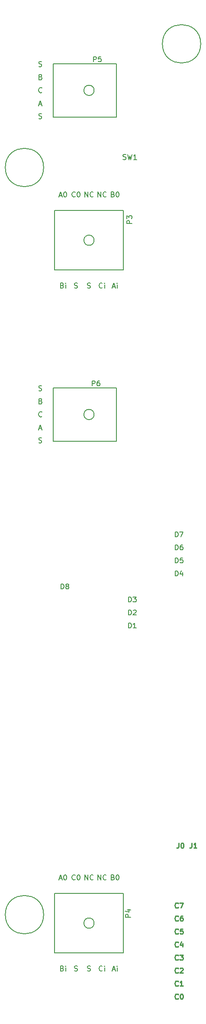
<source format=gbr>
G04 #@! TF.FileFunction,Legend,Top*
%FSLAX46Y46*%
G04 Gerber Fmt 4.6, Leading zero omitted, Abs format (unit mm)*
G04 Created by KiCad (PCBNEW 4.0.0-1rc2.201511291916+6190~38~ubuntu14.04.1-stable) date Mon 14 Mar 2016 12:07:37 PM PDT*
%MOMM*%
G01*
G04 APERTURE LIST*
%ADD10C,0.100000*%
%ADD11C,0.250000*%
%ADD12C,0.150000*%
G04 APERTURE END LIST*
D10*
D11*
X120062667Y-166838381D02*
X120062667Y-167552667D01*
X120015047Y-167695524D01*
X119919809Y-167790762D01*
X119776952Y-167838381D01*
X119681714Y-167838381D01*
X121062667Y-167838381D02*
X120491238Y-167838381D01*
X120776952Y-167838381D02*
X120776952Y-166838381D01*
X120681714Y-166981238D01*
X120586476Y-167076476D01*
X120491238Y-167124095D01*
X117522667Y-166838381D02*
X117522667Y-167552667D01*
X117475047Y-167695524D01*
X117379809Y-167790762D01*
X117236952Y-167838381D01*
X117141714Y-167838381D01*
X118189333Y-166838381D02*
X118284572Y-166838381D01*
X118379810Y-166886000D01*
X118427429Y-166933619D01*
X118475048Y-167028857D01*
X118522667Y-167219333D01*
X118522667Y-167457429D01*
X118475048Y-167647905D01*
X118427429Y-167743143D01*
X118379810Y-167790762D01*
X118284572Y-167838381D01*
X118189333Y-167838381D01*
X118094095Y-167790762D01*
X118046476Y-167743143D01*
X117998857Y-167647905D01*
X117951238Y-167457429D01*
X117951238Y-167219333D01*
X117998857Y-167028857D01*
X118046476Y-166933619D01*
X118094095Y-166886000D01*
X118189333Y-166838381D01*
X117435334Y-194667143D02*
X117387715Y-194714762D01*
X117244858Y-194762381D01*
X117149620Y-194762381D01*
X117006762Y-194714762D01*
X116911524Y-194619524D01*
X116863905Y-194524286D01*
X116816286Y-194333810D01*
X116816286Y-194190952D01*
X116863905Y-194000476D01*
X116911524Y-193905238D01*
X117006762Y-193810000D01*
X117149620Y-193762381D01*
X117244858Y-193762381D01*
X117387715Y-193810000D01*
X117435334Y-193857619D01*
X118387715Y-194762381D02*
X117816286Y-194762381D01*
X118102000Y-194762381D02*
X118102000Y-193762381D01*
X118006762Y-193905238D01*
X117911524Y-194000476D01*
X117816286Y-194048095D01*
X117435334Y-192127143D02*
X117387715Y-192174762D01*
X117244858Y-192222381D01*
X117149620Y-192222381D01*
X117006762Y-192174762D01*
X116911524Y-192079524D01*
X116863905Y-191984286D01*
X116816286Y-191793810D01*
X116816286Y-191650952D01*
X116863905Y-191460476D01*
X116911524Y-191365238D01*
X117006762Y-191270000D01*
X117149620Y-191222381D01*
X117244858Y-191222381D01*
X117387715Y-191270000D01*
X117435334Y-191317619D01*
X117816286Y-191317619D02*
X117863905Y-191270000D01*
X117959143Y-191222381D01*
X118197239Y-191222381D01*
X118292477Y-191270000D01*
X118340096Y-191317619D01*
X118387715Y-191412857D01*
X118387715Y-191508095D01*
X118340096Y-191650952D01*
X117768667Y-192222381D01*
X118387715Y-192222381D01*
X117435334Y-189587143D02*
X117387715Y-189634762D01*
X117244858Y-189682381D01*
X117149620Y-189682381D01*
X117006762Y-189634762D01*
X116911524Y-189539524D01*
X116863905Y-189444286D01*
X116816286Y-189253810D01*
X116816286Y-189110952D01*
X116863905Y-188920476D01*
X116911524Y-188825238D01*
X117006762Y-188730000D01*
X117149620Y-188682381D01*
X117244858Y-188682381D01*
X117387715Y-188730000D01*
X117435334Y-188777619D01*
X117768667Y-188682381D02*
X118387715Y-188682381D01*
X118054381Y-189063333D01*
X118197239Y-189063333D01*
X118292477Y-189110952D01*
X118340096Y-189158571D01*
X118387715Y-189253810D01*
X118387715Y-189491905D01*
X118340096Y-189587143D01*
X118292477Y-189634762D01*
X118197239Y-189682381D01*
X117911524Y-189682381D01*
X117816286Y-189634762D01*
X117768667Y-189587143D01*
X117435334Y-187047143D02*
X117387715Y-187094762D01*
X117244858Y-187142381D01*
X117149620Y-187142381D01*
X117006762Y-187094762D01*
X116911524Y-186999524D01*
X116863905Y-186904286D01*
X116816286Y-186713810D01*
X116816286Y-186570952D01*
X116863905Y-186380476D01*
X116911524Y-186285238D01*
X117006762Y-186190000D01*
X117149620Y-186142381D01*
X117244858Y-186142381D01*
X117387715Y-186190000D01*
X117435334Y-186237619D01*
X118292477Y-186475714D02*
X118292477Y-187142381D01*
X118054381Y-186094762D02*
X117816286Y-186809048D01*
X118435334Y-186809048D01*
X117435334Y-184507143D02*
X117387715Y-184554762D01*
X117244858Y-184602381D01*
X117149620Y-184602381D01*
X117006762Y-184554762D01*
X116911524Y-184459524D01*
X116863905Y-184364286D01*
X116816286Y-184173810D01*
X116816286Y-184030952D01*
X116863905Y-183840476D01*
X116911524Y-183745238D01*
X117006762Y-183650000D01*
X117149620Y-183602381D01*
X117244858Y-183602381D01*
X117387715Y-183650000D01*
X117435334Y-183697619D01*
X118340096Y-183602381D02*
X117863905Y-183602381D01*
X117816286Y-184078571D01*
X117863905Y-184030952D01*
X117959143Y-183983333D01*
X118197239Y-183983333D01*
X118292477Y-184030952D01*
X118340096Y-184078571D01*
X118387715Y-184173810D01*
X118387715Y-184411905D01*
X118340096Y-184507143D01*
X118292477Y-184554762D01*
X118197239Y-184602381D01*
X117959143Y-184602381D01*
X117863905Y-184554762D01*
X117816286Y-184507143D01*
X117435334Y-181967143D02*
X117387715Y-182014762D01*
X117244858Y-182062381D01*
X117149620Y-182062381D01*
X117006762Y-182014762D01*
X116911524Y-181919524D01*
X116863905Y-181824286D01*
X116816286Y-181633810D01*
X116816286Y-181490952D01*
X116863905Y-181300476D01*
X116911524Y-181205238D01*
X117006762Y-181110000D01*
X117149620Y-181062381D01*
X117244858Y-181062381D01*
X117387715Y-181110000D01*
X117435334Y-181157619D01*
X118292477Y-181062381D02*
X118102000Y-181062381D01*
X118006762Y-181110000D01*
X117959143Y-181157619D01*
X117863905Y-181300476D01*
X117816286Y-181490952D01*
X117816286Y-181871905D01*
X117863905Y-181967143D01*
X117911524Y-182014762D01*
X118006762Y-182062381D01*
X118197239Y-182062381D01*
X118292477Y-182014762D01*
X118340096Y-181967143D01*
X118387715Y-181871905D01*
X118387715Y-181633810D01*
X118340096Y-181538571D01*
X118292477Y-181490952D01*
X118197239Y-181443333D01*
X118006762Y-181443333D01*
X117911524Y-181490952D01*
X117863905Y-181538571D01*
X117816286Y-181633810D01*
X117435334Y-197207143D02*
X117387715Y-197254762D01*
X117244858Y-197302381D01*
X117149620Y-197302381D01*
X117006762Y-197254762D01*
X116911524Y-197159524D01*
X116863905Y-197064286D01*
X116816286Y-196873810D01*
X116816286Y-196730952D01*
X116863905Y-196540476D01*
X116911524Y-196445238D01*
X117006762Y-196350000D01*
X117149620Y-196302381D01*
X117244858Y-196302381D01*
X117387715Y-196350000D01*
X117435334Y-196397619D01*
X118054381Y-196302381D02*
X118149620Y-196302381D01*
X118244858Y-196350000D01*
X118292477Y-196397619D01*
X118340096Y-196492857D01*
X118387715Y-196683333D01*
X118387715Y-196921429D01*
X118340096Y-197111905D01*
X118292477Y-197207143D01*
X118244858Y-197254762D01*
X118149620Y-197302381D01*
X118054381Y-197302381D01*
X117959143Y-197254762D01*
X117911524Y-197207143D01*
X117863905Y-197111905D01*
X117816286Y-196921429D01*
X117816286Y-196683333D01*
X117863905Y-196492857D01*
X117911524Y-196397619D01*
X117959143Y-196350000D01*
X118054381Y-196302381D01*
X117435334Y-179427143D02*
X117387715Y-179474762D01*
X117244858Y-179522381D01*
X117149620Y-179522381D01*
X117006762Y-179474762D01*
X116911524Y-179379524D01*
X116863905Y-179284286D01*
X116816286Y-179093810D01*
X116816286Y-178950952D01*
X116863905Y-178760476D01*
X116911524Y-178665238D01*
X117006762Y-178570000D01*
X117149620Y-178522381D01*
X117244858Y-178522381D01*
X117387715Y-178570000D01*
X117435334Y-178617619D01*
X117768667Y-178522381D02*
X118435334Y-178522381D01*
X118006762Y-179522381D01*
D12*
X91126000Y-180848000D02*
G75*
G03X91126000Y-180848000I-3750000J0D01*
G01*
X121860000Y-10922000D02*
G75*
G03X121860000Y-10922000I-3750000J0D01*
G01*
X91126000Y-35052000D02*
G75*
G03X91126000Y-35052000I-3750000J0D01*
G01*
X101000000Y-20000000D02*
G75*
G03X101000000Y-20000000I-1000000J0D01*
G01*
X93000000Y-25200000D02*
X105350000Y-25200000D01*
X93000000Y-14800000D02*
X105350000Y-14800000D01*
X105350000Y-14800000D02*
X105350000Y-25200000D01*
X93000000Y-14800000D02*
X93000000Y-25200000D01*
X101000000Y-182500000D02*
G75*
G03X101000000Y-182500000I-1000000J0D01*
G01*
X93250000Y-176700000D02*
X106750000Y-176700000D01*
X106750000Y-176700000D02*
X106750000Y-188300000D01*
X106750000Y-188300000D02*
X93250000Y-188300000D01*
X93250000Y-188300000D02*
X93250000Y-176700000D01*
X101000000Y-83250000D02*
G75*
G03X101000000Y-83250000I-1000000J0D01*
G01*
X93000000Y-88450000D02*
X105350000Y-88450000D01*
X93000000Y-78050000D02*
X105350000Y-78050000D01*
X105350000Y-78050000D02*
X105350000Y-88450000D01*
X93000000Y-78050000D02*
X93000000Y-88450000D01*
X101000000Y-49250000D02*
G75*
G03X101000000Y-49250000I-1000000J0D01*
G01*
X93250000Y-43450000D02*
X106750000Y-43450000D01*
X106750000Y-43450000D02*
X106750000Y-55050000D01*
X106750000Y-55050000D02*
X93250000Y-55050000D01*
X93250000Y-55050000D02*
X93250000Y-43450000D01*
X107719905Y-124912381D02*
X107719905Y-123912381D01*
X107958000Y-123912381D01*
X108100858Y-123960000D01*
X108196096Y-124055238D01*
X108243715Y-124150476D01*
X108291334Y-124340952D01*
X108291334Y-124483810D01*
X108243715Y-124674286D01*
X108196096Y-124769524D01*
X108100858Y-124864762D01*
X107958000Y-124912381D01*
X107719905Y-124912381D01*
X109243715Y-124912381D02*
X108672286Y-124912381D01*
X108958000Y-124912381D02*
X108958000Y-123912381D01*
X108862762Y-124055238D01*
X108767524Y-124150476D01*
X108672286Y-124198095D01*
X107719905Y-122372381D02*
X107719905Y-121372381D01*
X107958000Y-121372381D01*
X108100858Y-121420000D01*
X108196096Y-121515238D01*
X108243715Y-121610476D01*
X108291334Y-121800952D01*
X108291334Y-121943810D01*
X108243715Y-122134286D01*
X108196096Y-122229524D01*
X108100858Y-122324762D01*
X107958000Y-122372381D01*
X107719905Y-122372381D01*
X108672286Y-121467619D02*
X108719905Y-121420000D01*
X108815143Y-121372381D01*
X109053239Y-121372381D01*
X109148477Y-121420000D01*
X109196096Y-121467619D01*
X109243715Y-121562857D01*
X109243715Y-121658095D01*
X109196096Y-121800952D01*
X108624667Y-122372381D01*
X109243715Y-122372381D01*
X107719905Y-119832381D02*
X107719905Y-118832381D01*
X107958000Y-118832381D01*
X108100858Y-118880000D01*
X108196096Y-118975238D01*
X108243715Y-119070476D01*
X108291334Y-119260952D01*
X108291334Y-119403810D01*
X108243715Y-119594286D01*
X108196096Y-119689524D01*
X108100858Y-119784762D01*
X107958000Y-119832381D01*
X107719905Y-119832381D01*
X108624667Y-118832381D02*
X109243715Y-118832381D01*
X108910381Y-119213333D01*
X109053239Y-119213333D01*
X109148477Y-119260952D01*
X109196096Y-119308571D01*
X109243715Y-119403810D01*
X109243715Y-119641905D01*
X109196096Y-119737143D01*
X109148477Y-119784762D01*
X109053239Y-119832381D01*
X108767524Y-119832381D01*
X108672286Y-119784762D01*
X108624667Y-119737143D01*
X116863905Y-114752381D02*
X116863905Y-113752381D01*
X117102000Y-113752381D01*
X117244858Y-113800000D01*
X117340096Y-113895238D01*
X117387715Y-113990476D01*
X117435334Y-114180952D01*
X117435334Y-114323810D01*
X117387715Y-114514286D01*
X117340096Y-114609524D01*
X117244858Y-114704762D01*
X117102000Y-114752381D01*
X116863905Y-114752381D01*
X118292477Y-114085714D02*
X118292477Y-114752381D01*
X118054381Y-113704762D02*
X117816286Y-114419048D01*
X118435334Y-114419048D01*
X116863905Y-112212381D02*
X116863905Y-111212381D01*
X117102000Y-111212381D01*
X117244858Y-111260000D01*
X117340096Y-111355238D01*
X117387715Y-111450476D01*
X117435334Y-111640952D01*
X117435334Y-111783810D01*
X117387715Y-111974286D01*
X117340096Y-112069524D01*
X117244858Y-112164762D01*
X117102000Y-112212381D01*
X116863905Y-112212381D01*
X118340096Y-111212381D02*
X117863905Y-111212381D01*
X117816286Y-111688571D01*
X117863905Y-111640952D01*
X117959143Y-111593333D01*
X118197239Y-111593333D01*
X118292477Y-111640952D01*
X118340096Y-111688571D01*
X118387715Y-111783810D01*
X118387715Y-112021905D01*
X118340096Y-112117143D01*
X118292477Y-112164762D01*
X118197239Y-112212381D01*
X117959143Y-112212381D01*
X117863905Y-112164762D01*
X117816286Y-112117143D01*
X116863905Y-109672381D02*
X116863905Y-108672381D01*
X117102000Y-108672381D01*
X117244858Y-108720000D01*
X117340096Y-108815238D01*
X117387715Y-108910476D01*
X117435334Y-109100952D01*
X117435334Y-109243810D01*
X117387715Y-109434286D01*
X117340096Y-109529524D01*
X117244858Y-109624762D01*
X117102000Y-109672381D01*
X116863905Y-109672381D01*
X118292477Y-108672381D02*
X118102000Y-108672381D01*
X118006762Y-108720000D01*
X117959143Y-108767619D01*
X117863905Y-108910476D01*
X117816286Y-109100952D01*
X117816286Y-109481905D01*
X117863905Y-109577143D01*
X117911524Y-109624762D01*
X118006762Y-109672381D01*
X118197239Y-109672381D01*
X118292477Y-109624762D01*
X118340096Y-109577143D01*
X118387715Y-109481905D01*
X118387715Y-109243810D01*
X118340096Y-109148571D01*
X118292477Y-109100952D01*
X118197239Y-109053333D01*
X118006762Y-109053333D01*
X117911524Y-109100952D01*
X117863905Y-109148571D01*
X117816286Y-109243810D01*
X116863905Y-107132381D02*
X116863905Y-106132381D01*
X117102000Y-106132381D01*
X117244858Y-106180000D01*
X117340096Y-106275238D01*
X117387715Y-106370476D01*
X117435334Y-106560952D01*
X117435334Y-106703810D01*
X117387715Y-106894286D01*
X117340096Y-106989524D01*
X117244858Y-107084762D01*
X117102000Y-107132381D01*
X116863905Y-107132381D01*
X117768667Y-106132381D02*
X118435334Y-106132381D01*
X118006762Y-107132381D01*
X94511905Y-117292381D02*
X94511905Y-116292381D01*
X94750000Y-116292381D01*
X94892858Y-116340000D01*
X94988096Y-116435238D01*
X95035715Y-116530476D01*
X95083334Y-116720952D01*
X95083334Y-116863810D01*
X95035715Y-117054286D01*
X94988096Y-117149524D01*
X94892858Y-117244762D01*
X94750000Y-117292381D01*
X94511905Y-117292381D01*
X95654762Y-116720952D02*
X95559524Y-116673333D01*
X95511905Y-116625714D01*
X95464286Y-116530476D01*
X95464286Y-116482857D01*
X95511905Y-116387619D01*
X95559524Y-116340000D01*
X95654762Y-116292381D01*
X95845239Y-116292381D01*
X95940477Y-116340000D01*
X95988096Y-116387619D01*
X96035715Y-116482857D01*
X96035715Y-116530476D01*
X95988096Y-116625714D01*
X95940477Y-116673333D01*
X95845239Y-116720952D01*
X95654762Y-116720952D01*
X95559524Y-116768571D01*
X95511905Y-116816190D01*
X95464286Y-116911429D01*
X95464286Y-117101905D01*
X95511905Y-117197143D01*
X95559524Y-117244762D01*
X95654762Y-117292381D01*
X95845239Y-117292381D01*
X95940477Y-117244762D01*
X95988096Y-117197143D01*
X96035715Y-117101905D01*
X96035715Y-116911429D01*
X95988096Y-116816190D01*
X95940477Y-116768571D01*
X95845239Y-116720952D01*
X106666667Y-33444762D02*
X106809524Y-33492381D01*
X107047620Y-33492381D01*
X107142858Y-33444762D01*
X107190477Y-33397143D01*
X107238096Y-33301905D01*
X107238096Y-33206667D01*
X107190477Y-33111429D01*
X107142858Y-33063810D01*
X107047620Y-33016190D01*
X106857143Y-32968571D01*
X106761905Y-32920952D01*
X106714286Y-32873333D01*
X106666667Y-32778095D01*
X106666667Y-32682857D01*
X106714286Y-32587619D01*
X106761905Y-32540000D01*
X106857143Y-32492381D01*
X107095239Y-32492381D01*
X107238096Y-32540000D01*
X107571429Y-32492381D02*
X107809524Y-33492381D01*
X108000001Y-32778095D01*
X108190477Y-33492381D01*
X108428572Y-32492381D01*
X109333334Y-33492381D02*
X108761905Y-33492381D01*
X109047619Y-33492381D02*
X109047619Y-32492381D01*
X108952381Y-32635238D01*
X108857143Y-32730476D01*
X108761905Y-32778095D01*
X100861905Y-14422381D02*
X100861905Y-13422381D01*
X101242858Y-13422381D01*
X101338096Y-13470000D01*
X101385715Y-13517619D01*
X101433334Y-13612857D01*
X101433334Y-13755714D01*
X101385715Y-13850952D01*
X101338096Y-13898571D01*
X101242858Y-13946190D01*
X100861905Y-13946190D01*
X102338096Y-13422381D02*
X101861905Y-13422381D01*
X101814286Y-13898571D01*
X101861905Y-13850952D01*
X101957143Y-13803333D01*
X102195239Y-13803333D01*
X102290477Y-13850952D01*
X102338096Y-13898571D01*
X102385715Y-13993810D01*
X102385715Y-14231905D01*
X102338096Y-14327143D01*
X102290477Y-14374762D01*
X102195239Y-14422381D01*
X101957143Y-14422381D01*
X101861905Y-14374762D01*
X101814286Y-14327143D01*
X90236905Y-22706667D02*
X90713096Y-22706667D01*
X90141667Y-22992381D02*
X90475000Y-21992381D01*
X90808334Y-22992381D01*
X90784524Y-20357143D02*
X90736905Y-20404762D01*
X90594048Y-20452381D01*
X90498810Y-20452381D01*
X90355952Y-20404762D01*
X90260714Y-20309524D01*
X90213095Y-20214286D01*
X90165476Y-20023810D01*
X90165476Y-19880952D01*
X90213095Y-19690476D01*
X90260714Y-19595238D01*
X90355952Y-19500000D01*
X90498810Y-19452381D01*
X90594048Y-19452381D01*
X90736905Y-19500000D01*
X90784524Y-19547619D01*
X90546429Y-17388571D02*
X90689286Y-17436190D01*
X90736905Y-17483810D01*
X90784524Y-17579048D01*
X90784524Y-17721905D01*
X90736905Y-17817143D01*
X90689286Y-17864762D01*
X90594048Y-17912381D01*
X90213095Y-17912381D01*
X90213095Y-16912381D01*
X90546429Y-16912381D01*
X90641667Y-16960000D01*
X90689286Y-17007619D01*
X90736905Y-17102857D01*
X90736905Y-17198095D01*
X90689286Y-17293333D01*
X90641667Y-17340952D01*
X90546429Y-17388571D01*
X90213095Y-17388571D01*
X90189286Y-25484762D02*
X90332143Y-25532381D01*
X90570239Y-25532381D01*
X90665477Y-25484762D01*
X90713096Y-25437143D01*
X90760715Y-25341905D01*
X90760715Y-25246667D01*
X90713096Y-25151429D01*
X90665477Y-25103810D01*
X90570239Y-25056190D01*
X90379762Y-25008571D01*
X90284524Y-24960952D01*
X90236905Y-24913333D01*
X90189286Y-24818095D01*
X90189286Y-24722857D01*
X90236905Y-24627619D01*
X90284524Y-24580000D01*
X90379762Y-24532381D01*
X90617858Y-24532381D01*
X90760715Y-24580000D01*
X90189286Y-15324762D02*
X90332143Y-15372381D01*
X90570239Y-15372381D01*
X90665477Y-15324762D01*
X90713096Y-15277143D01*
X90760715Y-15181905D01*
X90760715Y-15086667D01*
X90713096Y-14991429D01*
X90665477Y-14943810D01*
X90570239Y-14896190D01*
X90379762Y-14848571D01*
X90284524Y-14800952D01*
X90236905Y-14753333D01*
X90189286Y-14658095D01*
X90189286Y-14562857D01*
X90236905Y-14467619D01*
X90284524Y-14420000D01*
X90379762Y-14372381D01*
X90617858Y-14372381D01*
X90760715Y-14420000D01*
X108148381Y-181332095D02*
X107148381Y-181332095D01*
X107148381Y-180951142D01*
X107196000Y-180855904D01*
X107243619Y-180808285D01*
X107338857Y-180760666D01*
X107481714Y-180760666D01*
X107576952Y-180808285D01*
X107624571Y-180855904D01*
X107672190Y-180951142D01*
X107672190Y-181332095D01*
X107481714Y-179903523D02*
X108148381Y-179903523D01*
X107100762Y-180141619D02*
X107815048Y-180379714D01*
X107815048Y-179760666D01*
X104675239Y-173538571D02*
X104818096Y-173586190D01*
X104865715Y-173633810D01*
X104913334Y-173729048D01*
X104913334Y-173871905D01*
X104865715Y-173967143D01*
X104818096Y-174014762D01*
X104722858Y-174062381D01*
X104341905Y-174062381D01*
X104341905Y-173062381D01*
X104675239Y-173062381D01*
X104770477Y-173110000D01*
X104818096Y-173157619D01*
X104865715Y-173252857D01*
X104865715Y-173348095D01*
X104818096Y-173443333D01*
X104770477Y-173490952D01*
X104675239Y-173538571D01*
X104341905Y-173538571D01*
X105532381Y-173062381D02*
X105627620Y-173062381D01*
X105722858Y-173110000D01*
X105770477Y-173157619D01*
X105818096Y-173252857D01*
X105865715Y-173443333D01*
X105865715Y-173681429D01*
X105818096Y-173871905D01*
X105770477Y-173967143D01*
X105722858Y-174014762D01*
X105627620Y-174062381D01*
X105532381Y-174062381D01*
X105437143Y-174014762D01*
X105389524Y-173967143D01*
X105341905Y-173871905D01*
X105294286Y-173681429D01*
X105294286Y-173443333D01*
X105341905Y-173252857D01*
X105389524Y-173157619D01*
X105437143Y-173110000D01*
X105532381Y-173062381D01*
X101754286Y-174062381D02*
X101754286Y-173062381D01*
X102325715Y-174062381D01*
X102325715Y-173062381D01*
X103373334Y-173967143D02*
X103325715Y-174014762D01*
X103182858Y-174062381D01*
X103087620Y-174062381D01*
X102944762Y-174014762D01*
X102849524Y-173919524D01*
X102801905Y-173824286D01*
X102754286Y-173633810D01*
X102754286Y-173490952D01*
X102801905Y-173300476D01*
X102849524Y-173205238D01*
X102944762Y-173110000D01*
X103087620Y-173062381D01*
X103182858Y-173062381D01*
X103325715Y-173110000D01*
X103373334Y-173157619D01*
X99214286Y-174062381D02*
X99214286Y-173062381D01*
X99785715Y-174062381D01*
X99785715Y-173062381D01*
X100833334Y-173967143D02*
X100785715Y-174014762D01*
X100642858Y-174062381D01*
X100547620Y-174062381D01*
X100404762Y-174014762D01*
X100309524Y-173919524D01*
X100261905Y-173824286D01*
X100214286Y-173633810D01*
X100214286Y-173490952D01*
X100261905Y-173300476D01*
X100309524Y-173205238D01*
X100404762Y-173110000D01*
X100547620Y-173062381D01*
X100642858Y-173062381D01*
X100785715Y-173110000D01*
X100833334Y-173157619D01*
X94205714Y-173776667D02*
X94681905Y-173776667D01*
X94110476Y-174062381D02*
X94443809Y-173062381D01*
X94777143Y-174062381D01*
X95300952Y-173062381D02*
X95396191Y-173062381D01*
X95491429Y-173110000D01*
X95539048Y-173157619D01*
X95586667Y-173252857D01*
X95634286Y-173443333D01*
X95634286Y-173681429D01*
X95586667Y-173871905D01*
X95539048Y-173967143D01*
X95491429Y-174014762D01*
X95396191Y-174062381D01*
X95300952Y-174062381D01*
X95205714Y-174014762D01*
X95158095Y-173967143D01*
X95110476Y-173871905D01*
X95062857Y-173681429D01*
X95062857Y-173443333D01*
X95110476Y-173252857D01*
X95158095Y-173157619D01*
X95205714Y-173110000D01*
X95300952Y-173062381D01*
X97293334Y-173967143D02*
X97245715Y-174014762D01*
X97102858Y-174062381D01*
X97007620Y-174062381D01*
X96864762Y-174014762D01*
X96769524Y-173919524D01*
X96721905Y-173824286D01*
X96674286Y-173633810D01*
X96674286Y-173490952D01*
X96721905Y-173300476D01*
X96769524Y-173205238D01*
X96864762Y-173110000D01*
X97007620Y-173062381D01*
X97102858Y-173062381D01*
X97245715Y-173110000D01*
X97293334Y-173157619D01*
X97912381Y-173062381D02*
X98007620Y-173062381D01*
X98102858Y-173110000D01*
X98150477Y-173157619D01*
X98198096Y-173252857D01*
X98245715Y-173443333D01*
X98245715Y-173681429D01*
X98198096Y-173871905D01*
X98150477Y-173967143D01*
X98102858Y-174014762D01*
X98007620Y-174062381D01*
X97912381Y-174062381D01*
X97817143Y-174014762D01*
X97769524Y-173967143D01*
X97721905Y-173871905D01*
X97674286Y-173681429D01*
X97674286Y-173443333D01*
X97721905Y-173252857D01*
X97769524Y-173157619D01*
X97817143Y-173110000D01*
X97912381Y-173062381D01*
X104603810Y-191556667D02*
X105080001Y-191556667D01*
X104508572Y-191842381D02*
X104841905Y-190842381D01*
X105175239Y-191842381D01*
X105508572Y-191842381D02*
X105508572Y-191175714D01*
X105508572Y-190842381D02*
X105460953Y-190890000D01*
X105508572Y-190937619D01*
X105556191Y-190890000D01*
X105508572Y-190842381D01*
X105508572Y-190937619D01*
X102611429Y-191747143D02*
X102563810Y-191794762D01*
X102420953Y-191842381D01*
X102325715Y-191842381D01*
X102182857Y-191794762D01*
X102087619Y-191699524D01*
X102040000Y-191604286D01*
X101992381Y-191413810D01*
X101992381Y-191270952D01*
X102040000Y-191080476D01*
X102087619Y-190985238D01*
X102182857Y-190890000D01*
X102325715Y-190842381D01*
X102420953Y-190842381D01*
X102563810Y-190890000D01*
X102611429Y-190937619D01*
X103040000Y-191842381D02*
X103040000Y-191175714D01*
X103040000Y-190842381D02*
X102992381Y-190890000D01*
X103040000Y-190937619D01*
X103087619Y-190890000D01*
X103040000Y-190842381D01*
X103040000Y-190937619D01*
X99714286Y-191794762D02*
X99857143Y-191842381D01*
X100095239Y-191842381D01*
X100190477Y-191794762D01*
X100238096Y-191747143D01*
X100285715Y-191651905D01*
X100285715Y-191556667D01*
X100238096Y-191461429D01*
X100190477Y-191413810D01*
X100095239Y-191366190D01*
X99904762Y-191318571D01*
X99809524Y-191270952D01*
X99761905Y-191223333D01*
X99714286Y-191128095D01*
X99714286Y-191032857D01*
X99761905Y-190937619D01*
X99809524Y-190890000D01*
X99904762Y-190842381D01*
X100142858Y-190842381D01*
X100285715Y-190890000D01*
X97174286Y-191794762D02*
X97317143Y-191842381D01*
X97555239Y-191842381D01*
X97650477Y-191794762D01*
X97698096Y-191747143D01*
X97745715Y-191651905D01*
X97745715Y-191556667D01*
X97698096Y-191461429D01*
X97650477Y-191413810D01*
X97555239Y-191366190D01*
X97364762Y-191318571D01*
X97269524Y-191270952D01*
X97221905Y-191223333D01*
X97174286Y-191128095D01*
X97174286Y-191032857D01*
X97221905Y-190937619D01*
X97269524Y-190890000D01*
X97364762Y-190842381D01*
X97602858Y-190842381D01*
X97745715Y-190890000D01*
X94753334Y-191318571D02*
X94896191Y-191366190D01*
X94943810Y-191413810D01*
X94991429Y-191509048D01*
X94991429Y-191651905D01*
X94943810Y-191747143D01*
X94896191Y-191794762D01*
X94800953Y-191842381D01*
X94420000Y-191842381D01*
X94420000Y-190842381D01*
X94753334Y-190842381D01*
X94848572Y-190890000D01*
X94896191Y-190937619D01*
X94943810Y-191032857D01*
X94943810Y-191128095D01*
X94896191Y-191223333D01*
X94848572Y-191270952D01*
X94753334Y-191318571D01*
X94420000Y-191318571D01*
X95420000Y-191842381D02*
X95420000Y-191175714D01*
X95420000Y-190842381D02*
X95372381Y-190890000D01*
X95420000Y-190937619D01*
X95467619Y-190890000D01*
X95420000Y-190842381D01*
X95420000Y-190937619D01*
X100607905Y-77668381D02*
X100607905Y-76668381D01*
X100988858Y-76668381D01*
X101084096Y-76716000D01*
X101131715Y-76763619D01*
X101179334Y-76858857D01*
X101179334Y-77001714D01*
X101131715Y-77096952D01*
X101084096Y-77144571D01*
X100988858Y-77192190D01*
X100607905Y-77192190D01*
X102036477Y-76668381D02*
X101846000Y-76668381D01*
X101750762Y-76716000D01*
X101703143Y-76763619D01*
X101607905Y-76906476D01*
X101560286Y-77096952D01*
X101560286Y-77477905D01*
X101607905Y-77573143D01*
X101655524Y-77620762D01*
X101750762Y-77668381D01*
X101941239Y-77668381D01*
X102036477Y-77620762D01*
X102084096Y-77573143D01*
X102131715Y-77477905D01*
X102131715Y-77239810D01*
X102084096Y-77144571D01*
X102036477Y-77096952D01*
X101941239Y-77049333D01*
X101750762Y-77049333D01*
X101655524Y-77096952D01*
X101607905Y-77144571D01*
X101560286Y-77239810D01*
X90236905Y-85956667D02*
X90713096Y-85956667D01*
X90141667Y-86242381D02*
X90475000Y-85242381D01*
X90808334Y-86242381D01*
X90784524Y-83607143D02*
X90736905Y-83654762D01*
X90594048Y-83702381D01*
X90498810Y-83702381D01*
X90355952Y-83654762D01*
X90260714Y-83559524D01*
X90213095Y-83464286D01*
X90165476Y-83273810D01*
X90165476Y-83130952D01*
X90213095Y-82940476D01*
X90260714Y-82845238D01*
X90355952Y-82750000D01*
X90498810Y-82702381D01*
X90594048Y-82702381D01*
X90736905Y-82750000D01*
X90784524Y-82797619D01*
X90546429Y-80638571D02*
X90689286Y-80686190D01*
X90736905Y-80733810D01*
X90784524Y-80829048D01*
X90784524Y-80971905D01*
X90736905Y-81067143D01*
X90689286Y-81114762D01*
X90594048Y-81162381D01*
X90213095Y-81162381D01*
X90213095Y-80162381D01*
X90546429Y-80162381D01*
X90641667Y-80210000D01*
X90689286Y-80257619D01*
X90736905Y-80352857D01*
X90736905Y-80448095D01*
X90689286Y-80543333D01*
X90641667Y-80590952D01*
X90546429Y-80638571D01*
X90213095Y-80638571D01*
X90189286Y-88734762D02*
X90332143Y-88782381D01*
X90570239Y-88782381D01*
X90665477Y-88734762D01*
X90713096Y-88687143D01*
X90760715Y-88591905D01*
X90760715Y-88496667D01*
X90713096Y-88401429D01*
X90665477Y-88353810D01*
X90570239Y-88306190D01*
X90379762Y-88258571D01*
X90284524Y-88210952D01*
X90236905Y-88163333D01*
X90189286Y-88068095D01*
X90189286Y-87972857D01*
X90236905Y-87877619D01*
X90284524Y-87830000D01*
X90379762Y-87782381D01*
X90617858Y-87782381D01*
X90760715Y-87830000D01*
X90189286Y-78574762D02*
X90332143Y-78622381D01*
X90570239Y-78622381D01*
X90665477Y-78574762D01*
X90713096Y-78527143D01*
X90760715Y-78431905D01*
X90760715Y-78336667D01*
X90713096Y-78241429D01*
X90665477Y-78193810D01*
X90570239Y-78146190D01*
X90379762Y-78098571D01*
X90284524Y-78050952D01*
X90236905Y-78003333D01*
X90189286Y-77908095D01*
X90189286Y-77812857D01*
X90236905Y-77717619D01*
X90284524Y-77670000D01*
X90379762Y-77622381D01*
X90617858Y-77622381D01*
X90760715Y-77670000D01*
X108402381Y-45950095D02*
X107402381Y-45950095D01*
X107402381Y-45569142D01*
X107450000Y-45473904D01*
X107497619Y-45426285D01*
X107592857Y-45378666D01*
X107735714Y-45378666D01*
X107830952Y-45426285D01*
X107878571Y-45473904D01*
X107926190Y-45569142D01*
X107926190Y-45950095D01*
X107402381Y-45045333D02*
X107402381Y-44426285D01*
X107783333Y-44759619D01*
X107783333Y-44616761D01*
X107830952Y-44521523D01*
X107878571Y-44473904D01*
X107973810Y-44426285D01*
X108211905Y-44426285D01*
X108307143Y-44473904D01*
X108354762Y-44521523D01*
X108402381Y-44616761D01*
X108402381Y-44902476D01*
X108354762Y-44997714D01*
X108307143Y-45045333D01*
X104675239Y-40288571D02*
X104818096Y-40336190D01*
X104865715Y-40383810D01*
X104913334Y-40479048D01*
X104913334Y-40621905D01*
X104865715Y-40717143D01*
X104818096Y-40764762D01*
X104722858Y-40812381D01*
X104341905Y-40812381D01*
X104341905Y-39812381D01*
X104675239Y-39812381D01*
X104770477Y-39860000D01*
X104818096Y-39907619D01*
X104865715Y-40002857D01*
X104865715Y-40098095D01*
X104818096Y-40193333D01*
X104770477Y-40240952D01*
X104675239Y-40288571D01*
X104341905Y-40288571D01*
X105532381Y-39812381D02*
X105627620Y-39812381D01*
X105722858Y-39860000D01*
X105770477Y-39907619D01*
X105818096Y-40002857D01*
X105865715Y-40193333D01*
X105865715Y-40431429D01*
X105818096Y-40621905D01*
X105770477Y-40717143D01*
X105722858Y-40764762D01*
X105627620Y-40812381D01*
X105532381Y-40812381D01*
X105437143Y-40764762D01*
X105389524Y-40717143D01*
X105341905Y-40621905D01*
X105294286Y-40431429D01*
X105294286Y-40193333D01*
X105341905Y-40002857D01*
X105389524Y-39907619D01*
X105437143Y-39860000D01*
X105532381Y-39812381D01*
X101754286Y-40812381D02*
X101754286Y-39812381D01*
X102325715Y-40812381D01*
X102325715Y-39812381D01*
X103373334Y-40717143D02*
X103325715Y-40764762D01*
X103182858Y-40812381D01*
X103087620Y-40812381D01*
X102944762Y-40764762D01*
X102849524Y-40669524D01*
X102801905Y-40574286D01*
X102754286Y-40383810D01*
X102754286Y-40240952D01*
X102801905Y-40050476D01*
X102849524Y-39955238D01*
X102944762Y-39860000D01*
X103087620Y-39812381D01*
X103182858Y-39812381D01*
X103325715Y-39860000D01*
X103373334Y-39907619D01*
X99214286Y-40812381D02*
X99214286Y-39812381D01*
X99785715Y-40812381D01*
X99785715Y-39812381D01*
X100833334Y-40717143D02*
X100785715Y-40764762D01*
X100642858Y-40812381D01*
X100547620Y-40812381D01*
X100404762Y-40764762D01*
X100309524Y-40669524D01*
X100261905Y-40574286D01*
X100214286Y-40383810D01*
X100214286Y-40240952D01*
X100261905Y-40050476D01*
X100309524Y-39955238D01*
X100404762Y-39860000D01*
X100547620Y-39812381D01*
X100642858Y-39812381D01*
X100785715Y-39860000D01*
X100833334Y-39907619D01*
X94205714Y-40526667D02*
X94681905Y-40526667D01*
X94110476Y-40812381D02*
X94443809Y-39812381D01*
X94777143Y-40812381D01*
X95300952Y-39812381D02*
X95396191Y-39812381D01*
X95491429Y-39860000D01*
X95539048Y-39907619D01*
X95586667Y-40002857D01*
X95634286Y-40193333D01*
X95634286Y-40431429D01*
X95586667Y-40621905D01*
X95539048Y-40717143D01*
X95491429Y-40764762D01*
X95396191Y-40812381D01*
X95300952Y-40812381D01*
X95205714Y-40764762D01*
X95158095Y-40717143D01*
X95110476Y-40621905D01*
X95062857Y-40431429D01*
X95062857Y-40193333D01*
X95110476Y-40002857D01*
X95158095Y-39907619D01*
X95205714Y-39860000D01*
X95300952Y-39812381D01*
X97293334Y-40717143D02*
X97245715Y-40764762D01*
X97102858Y-40812381D01*
X97007620Y-40812381D01*
X96864762Y-40764762D01*
X96769524Y-40669524D01*
X96721905Y-40574286D01*
X96674286Y-40383810D01*
X96674286Y-40240952D01*
X96721905Y-40050476D01*
X96769524Y-39955238D01*
X96864762Y-39860000D01*
X97007620Y-39812381D01*
X97102858Y-39812381D01*
X97245715Y-39860000D01*
X97293334Y-39907619D01*
X97912381Y-39812381D02*
X98007620Y-39812381D01*
X98102858Y-39860000D01*
X98150477Y-39907619D01*
X98198096Y-40002857D01*
X98245715Y-40193333D01*
X98245715Y-40431429D01*
X98198096Y-40621905D01*
X98150477Y-40717143D01*
X98102858Y-40764762D01*
X98007620Y-40812381D01*
X97912381Y-40812381D01*
X97817143Y-40764762D01*
X97769524Y-40717143D01*
X97721905Y-40621905D01*
X97674286Y-40431429D01*
X97674286Y-40193333D01*
X97721905Y-40002857D01*
X97769524Y-39907619D01*
X97817143Y-39860000D01*
X97912381Y-39812381D01*
X104603810Y-58306667D02*
X105080001Y-58306667D01*
X104508572Y-58592381D02*
X104841905Y-57592381D01*
X105175239Y-58592381D01*
X105508572Y-58592381D02*
X105508572Y-57925714D01*
X105508572Y-57592381D02*
X105460953Y-57640000D01*
X105508572Y-57687619D01*
X105556191Y-57640000D01*
X105508572Y-57592381D01*
X105508572Y-57687619D01*
X102611429Y-58497143D02*
X102563810Y-58544762D01*
X102420953Y-58592381D01*
X102325715Y-58592381D01*
X102182857Y-58544762D01*
X102087619Y-58449524D01*
X102040000Y-58354286D01*
X101992381Y-58163810D01*
X101992381Y-58020952D01*
X102040000Y-57830476D01*
X102087619Y-57735238D01*
X102182857Y-57640000D01*
X102325715Y-57592381D01*
X102420953Y-57592381D01*
X102563810Y-57640000D01*
X102611429Y-57687619D01*
X103040000Y-58592381D02*
X103040000Y-57925714D01*
X103040000Y-57592381D02*
X102992381Y-57640000D01*
X103040000Y-57687619D01*
X103087619Y-57640000D01*
X103040000Y-57592381D01*
X103040000Y-57687619D01*
X99714286Y-58544762D02*
X99857143Y-58592381D01*
X100095239Y-58592381D01*
X100190477Y-58544762D01*
X100238096Y-58497143D01*
X100285715Y-58401905D01*
X100285715Y-58306667D01*
X100238096Y-58211429D01*
X100190477Y-58163810D01*
X100095239Y-58116190D01*
X99904762Y-58068571D01*
X99809524Y-58020952D01*
X99761905Y-57973333D01*
X99714286Y-57878095D01*
X99714286Y-57782857D01*
X99761905Y-57687619D01*
X99809524Y-57640000D01*
X99904762Y-57592381D01*
X100142858Y-57592381D01*
X100285715Y-57640000D01*
X97174286Y-58544762D02*
X97317143Y-58592381D01*
X97555239Y-58592381D01*
X97650477Y-58544762D01*
X97698096Y-58497143D01*
X97745715Y-58401905D01*
X97745715Y-58306667D01*
X97698096Y-58211429D01*
X97650477Y-58163810D01*
X97555239Y-58116190D01*
X97364762Y-58068571D01*
X97269524Y-58020952D01*
X97221905Y-57973333D01*
X97174286Y-57878095D01*
X97174286Y-57782857D01*
X97221905Y-57687619D01*
X97269524Y-57640000D01*
X97364762Y-57592381D01*
X97602858Y-57592381D01*
X97745715Y-57640000D01*
X94753334Y-58068571D02*
X94896191Y-58116190D01*
X94943810Y-58163810D01*
X94991429Y-58259048D01*
X94991429Y-58401905D01*
X94943810Y-58497143D01*
X94896191Y-58544762D01*
X94800953Y-58592381D01*
X94420000Y-58592381D01*
X94420000Y-57592381D01*
X94753334Y-57592381D01*
X94848572Y-57640000D01*
X94896191Y-57687619D01*
X94943810Y-57782857D01*
X94943810Y-57878095D01*
X94896191Y-57973333D01*
X94848572Y-58020952D01*
X94753334Y-58068571D01*
X94420000Y-58068571D01*
X95420000Y-58592381D02*
X95420000Y-57925714D01*
X95420000Y-57592381D02*
X95372381Y-57640000D01*
X95420000Y-57687619D01*
X95467619Y-57640000D01*
X95420000Y-57592381D01*
X95420000Y-57687619D01*
M02*

</source>
